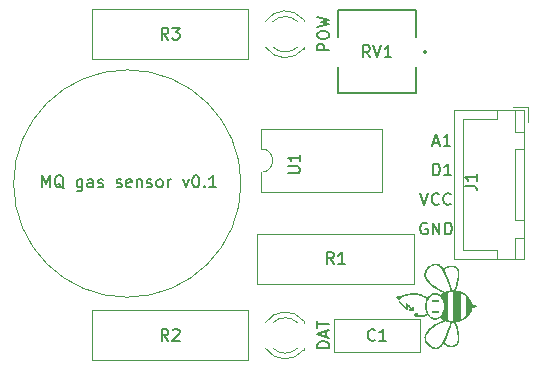
<source format=gbr>
G04 #@! TF.GenerationSoftware,KiCad,Pcbnew,(5.1.7)-1*
G04 #@! TF.CreationDate,2021-02-20T12:00:54+02:00*
G04 #@! TF.ProjectId,gas_sensor,6761735f-7365-46e7-936f-722e6b696361,rev?*
G04 #@! TF.SameCoordinates,Original*
G04 #@! TF.FileFunction,Legend,Top*
G04 #@! TF.FilePolarity,Positive*
%FSLAX46Y46*%
G04 Gerber Fmt 4.6, Leading zero omitted, Abs format (unit mm)*
G04 Created by KiCad (PCBNEW (5.1.7)-1) date 2021-02-20 12:00:54*
%MOMM*%
%LPD*%
G01*
G04 APERTURE LIST*
%ADD10C,0.150000*%
%ADD11C,0.010000*%
%ADD12C,0.120000*%
%ADD13C,0.200000*%
%ADD14C,0.127000*%
G04 APERTURE END LIST*
D10*
X151952380Y-91857142D02*
X150952380Y-91857142D01*
X150952380Y-91476190D01*
X151000000Y-91380952D01*
X151047619Y-91333333D01*
X151142857Y-91285714D01*
X151285714Y-91285714D01*
X151380952Y-91333333D01*
X151428571Y-91380952D01*
X151476190Y-91476190D01*
X151476190Y-91857142D01*
X150952380Y-90666666D02*
X150952380Y-90476190D01*
X151000000Y-90380952D01*
X151095238Y-90285714D01*
X151285714Y-90238095D01*
X151619047Y-90238095D01*
X151809523Y-90285714D01*
X151904761Y-90380952D01*
X151952380Y-90476190D01*
X151952380Y-90666666D01*
X151904761Y-90761904D01*
X151809523Y-90857142D01*
X151619047Y-90904761D01*
X151285714Y-90904761D01*
X151095238Y-90857142D01*
X151000000Y-90761904D01*
X150952380Y-90666666D01*
X150952380Y-89904761D02*
X151952380Y-89666666D01*
X151238095Y-89476190D01*
X151952380Y-89285714D01*
X150952380Y-89047619D01*
X151952380Y-117071428D02*
X150952380Y-117071428D01*
X150952380Y-116833333D01*
X151000000Y-116690476D01*
X151095238Y-116595238D01*
X151190476Y-116547619D01*
X151380952Y-116500000D01*
X151523809Y-116500000D01*
X151714285Y-116547619D01*
X151809523Y-116595238D01*
X151904761Y-116690476D01*
X151952380Y-116833333D01*
X151952380Y-117071428D01*
X151666666Y-116119047D02*
X151666666Y-115642857D01*
X151952380Y-116214285D02*
X150952380Y-115880952D01*
X151952380Y-115547619D01*
X150952380Y-115357142D02*
X150952380Y-114785714D01*
X151952380Y-115071428D02*
X150952380Y-115071428D01*
X127666666Y-103452380D02*
X127666666Y-102452380D01*
X128000000Y-103166666D01*
X128333333Y-102452380D01*
X128333333Y-103452380D01*
X129476190Y-103547619D02*
X129380952Y-103500000D01*
X129285714Y-103404761D01*
X129142857Y-103261904D01*
X129047619Y-103214285D01*
X128952380Y-103214285D01*
X129000000Y-103452380D02*
X128904761Y-103404761D01*
X128809523Y-103309523D01*
X128761904Y-103119047D01*
X128761904Y-102785714D01*
X128809523Y-102595238D01*
X128904761Y-102500000D01*
X129000000Y-102452380D01*
X129190476Y-102452380D01*
X129285714Y-102500000D01*
X129380952Y-102595238D01*
X129428571Y-102785714D01*
X129428571Y-103119047D01*
X129380952Y-103309523D01*
X129285714Y-103404761D01*
X129190476Y-103452380D01*
X129000000Y-103452380D01*
X131047619Y-102785714D02*
X131047619Y-103595238D01*
X131000000Y-103690476D01*
X130952380Y-103738095D01*
X130857142Y-103785714D01*
X130714285Y-103785714D01*
X130619047Y-103738095D01*
X131047619Y-103404761D02*
X130952380Y-103452380D01*
X130761904Y-103452380D01*
X130666666Y-103404761D01*
X130619047Y-103357142D01*
X130571428Y-103261904D01*
X130571428Y-102976190D01*
X130619047Y-102880952D01*
X130666666Y-102833333D01*
X130761904Y-102785714D01*
X130952380Y-102785714D01*
X131047619Y-102833333D01*
X131952380Y-103452380D02*
X131952380Y-102928571D01*
X131904761Y-102833333D01*
X131809523Y-102785714D01*
X131619047Y-102785714D01*
X131523809Y-102833333D01*
X131952380Y-103404761D02*
X131857142Y-103452380D01*
X131619047Y-103452380D01*
X131523809Y-103404761D01*
X131476190Y-103309523D01*
X131476190Y-103214285D01*
X131523809Y-103119047D01*
X131619047Y-103071428D01*
X131857142Y-103071428D01*
X131952380Y-103023809D01*
X132380952Y-103404761D02*
X132476190Y-103452380D01*
X132666666Y-103452380D01*
X132761904Y-103404761D01*
X132809523Y-103309523D01*
X132809523Y-103261904D01*
X132761904Y-103166666D01*
X132666666Y-103119047D01*
X132523809Y-103119047D01*
X132428571Y-103071428D01*
X132380952Y-102976190D01*
X132380952Y-102928571D01*
X132428571Y-102833333D01*
X132523809Y-102785714D01*
X132666666Y-102785714D01*
X132761904Y-102833333D01*
X133952380Y-103404761D02*
X134047619Y-103452380D01*
X134238095Y-103452380D01*
X134333333Y-103404761D01*
X134380952Y-103309523D01*
X134380952Y-103261904D01*
X134333333Y-103166666D01*
X134238095Y-103119047D01*
X134095238Y-103119047D01*
X134000000Y-103071428D01*
X133952380Y-102976190D01*
X133952380Y-102928571D01*
X134000000Y-102833333D01*
X134095238Y-102785714D01*
X134238095Y-102785714D01*
X134333333Y-102833333D01*
X135190476Y-103404761D02*
X135095238Y-103452380D01*
X134904761Y-103452380D01*
X134809523Y-103404761D01*
X134761904Y-103309523D01*
X134761904Y-102928571D01*
X134809523Y-102833333D01*
X134904761Y-102785714D01*
X135095238Y-102785714D01*
X135190476Y-102833333D01*
X135238095Y-102928571D01*
X135238095Y-103023809D01*
X134761904Y-103119047D01*
X135666666Y-102785714D02*
X135666666Y-103452380D01*
X135666666Y-102880952D02*
X135714285Y-102833333D01*
X135809523Y-102785714D01*
X135952380Y-102785714D01*
X136047619Y-102833333D01*
X136095238Y-102928571D01*
X136095238Y-103452380D01*
X136523809Y-103404761D02*
X136619047Y-103452380D01*
X136809523Y-103452380D01*
X136904761Y-103404761D01*
X136952380Y-103309523D01*
X136952380Y-103261904D01*
X136904761Y-103166666D01*
X136809523Y-103119047D01*
X136666666Y-103119047D01*
X136571428Y-103071428D01*
X136523809Y-102976190D01*
X136523809Y-102928571D01*
X136571428Y-102833333D01*
X136666666Y-102785714D01*
X136809523Y-102785714D01*
X136904761Y-102833333D01*
X137523809Y-103452380D02*
X137428571Y-103404761D01*
X137380952Y-103357142D01*
X137333333Y-103261904D01*
X137333333Y-102976190D01*
X137380952Y-102880952D01*
X137428571Y-102833333D01*
X137523809Y-102785714D01*
X137666666Y-102785714D01*
X137761904Y-102833333D01*
X137809523Y-102880952D01*
X137857142Y-102976190D01*
X137857142Y-103261904D01*
X137809523Y-103357142D01*
X137761904Y-103404761D01*
X137666666Y-103452380D01*
X137523809Y-103452380D01*
X138285714Y-103452380D02*
X138285714Y-102785714D01*
X138285714Y-102976190D02*
X138333333Y-102880952D01*
X138380952Y-102833333D01*
X138476190Y-102785714D01*
X138571428Y-102785714D01*
X139571428Y-102785714D02*
X139809523Y-103452380D01*
X140047619Y-102785714D01*
X140619047Y-102452380D02*
X140714285Y-102452380D01*
X140809523Y-102500000D01*
X140857142Y-102547619D01*
X140904761Y-102642857D01*
X140952380Y-102833333D01*
X140952380Y-103071428D01*
X140904761Y-103261904D01*
X140857142Y-103357142D01*
X140809523Y-103404761D01*
X140714285Y-103452380D01*
X140619047Y-103452380D01*
X140523809Y-103404761D01*
X140476190Y-103357142D01*
X140428571Y-103261904D01*
X140380952Y-103071428D01*
X140380952Y-102833333D01*
X140428571Y-102642857D01*
X140476190Y-102547619D01*
X140523809Y-102500000D01*
X140619047Y-102452380D01*
X141380952Y-103357142D02*
X141428571Y-103404761D01*
X141380952Y-103452380D01*
X141333333Y-103404761D01*
X141380952Y-103357142D01*
X141380952Y-103452380D01*
X142380952Y-103452380D02*
X141809523Y-103452380D01*
X142095238Y-103452380D02*
X142095238Y-102452380D01*
X142000000Y-102595238D01*
X141904761Y-102690476D01*
X141809523Y-102738095D01*
X160785714Y-99666666D02*
X161261904Y-99666666D01*
X160690476Y-99952380D02*
X161023809Y-98952380D01*
X161357142Y-99952380D01*
X162214285Y-99952380D02*
X161642857Y-99952380D01*
X161928571Y-99952380D02*
X161928571Y-98952380D01*
X161833333Y-99095238D01*
X161738095Y-99190476D01*
X161642857Y-99238095D01*
X160761904Y-102452380D02*
X160761904Y-101452380D01*
X161000000Y-101452380D01*
X161142857Y-101500000D01*
X161238095Y-101595238D01*
X161285714Y-101690476D01*
X161333333Y-101880952D01*
X161333333Y-102023809D01*
X161285714Y-102214285D01*
X161238095Y-102309523D01*
X161142857Y-102404761D01*
X161000000Y-102452380D01*
X160761904Y-102452380D01*
X162285714Y-102452380D02*
X161714285Y-102452380D01*
X162000000Y-102452380D02*
X162000000Y-101452380D01*
X161904761Y-101595238D01*
X161809523Y-101690476D01*
X161714285Y-101738095D01*
X160238095Y-106500000D02*
X160142857Y-106452380D01*
X160000000Y-106452380D01*
X159857142Y-106500000D01*
X159761904Y-106595238D01*
X159714285Y-106690476D01*
X159666666Y-106880952D01*
X159666666Y-107023809D01*
X159714285Y-107214285D01*
X159761904Y-107309523D01*
X159857142Y-107404761D01*
X160000000Y-107452380D01*
X160095238Y-107452380D01*
X160238095Y-107404761D01*
X160285714Y-107357142D01*
X160285714Y-107023809D01*
X160095238Y-107023809D01*
X160714285Y-107452380D02*
X160714285Y-106452380D01*
X161285714Y-107452380D01*
X161285714Y-106452380D01*
X161761904Y-107452380D02*
X161761904Y-106452380D01*
X162000000Y-106452380D01*
X162142857Y-106500000D01*
X162238095Y-106595238D01*
X162285714Y-106690476D01*
X162333333Y-106880952D01*
X162333333Y-107023809D01*
X162285714Y-107214285D01*
X162238095Y-107309523D01*
X162142857Y-107404761D01*
X162000000Y-107452380D01*
X161761904Y-107452380D01*
X159666666Y-103952380D02*
X160000000Y-104952380D01*
X160333333Y-103952380D01*
X161238095Y-104857142D02*
X161190476Y-104904761D01*
X161047619Y-104952380D01*
X160952380Y-104952380D01*
X160809523Y-104904761D01*
X160714285Y-104809523D01*
X160666666Y-104714285D01*
X160619047Y-104523809D01*
X160619047Y-104380952D01*
X160666666Y-104190476D01*
X160714285Y-104095238D01*
X160809523Y-104000000D01*
X160952380Y-103952380D01*
X161047619Y-103952380D01*
X161190476Y-104000000D01*
X161238095Y-104047619D01*
X162238095Y-104857142D02*
X162190476Y-104904761D01*
X162047619Y-104952380D01*
X161952380Y-104952380D01*
X161809523Y-104904761D01*
X161714285Y-104809523D01*
X161666666Y-104714285D01*
X161619047Y-104523809D01*
X161619047Y-104380952D01*
X161666666Y-104190476D01*
X161714285Y-104095238D01*
X161809523Y-104000000D01*
X161952380Y-103952380D01*
X162047619Y-103952380D01*
X162190476Y-104000000D01*
X162238095Y-104047619D01*
D11*
G36*
X161173182Y-112992000D02*
G01*
X161173182Y-113095909D01*
X160630546Y-113095909D01*
X160630546Y-112992000D01*
X161173182Y-112992000D01*
G37*
X161173182Y-112992000D02*
X161173182Y-113095909D01*
X160630546Y-113095909D01*
X160630546Y-112992000D01*
X161173182Y-112992000D01*
G36*
X161173182Y-113915636D02*
G01*
X161173182Y-114019546D01*
X160630546Y-114019546D01*
X160630546Y-113915636D01*
X161173182Y-113915636D01*
G37*
X161173182Y-113915636D02*
X161173182Y-114019546D01*
X160630546Y-114019546D01*
X160630546Y-113915636D01*
X161173182Y-113915636D01*
G36*
X157877467Y-113126901D02*
G01*
X157890801Y-113130776D01*
X157913243Y-113145816D01*
X157945969Y-113172984D01*
X157990152Y-113213240D01*
X158046967Y-113267545D01*
X158117587Y-113336860D01*
X158184219Y-113403173D01*
X158471546Y-113690327D01*
X158471546Y-113491254D01*
X158471724Y-113418847D01*
X158472470Y-113366371D01*
X158474105Y-113330667D01*
X158476946Y-113308576D01*
X158481312Y-113296941D01*
X158487523Y-113292603D01*
X158491650Y-113292182D01*
X158504665Y-113300078D01*
X158531642Y-113322402D01*
X158570362Y-113357110D01*
X158618607Y-113402156D01*
X158674157Y-113455495D01*
X158734794Y-113515081D01*
X158751422Y-113531647D01*
X158828149Y-113607675D01*
X158889584Y-113667131D01*
X158936131Y-113710380D01*
X158968191Y-113737787D01*
X158986170Y-113749716D01*
X158990686Y-113748124D01*
X158988110Y-113724942D01*
X158981832Y-113688032D01*
X158974839Y-113653170D01*
X158966987Y-113612516D01*
X158965268Y-113588124D01*
X158969746Y-113573974D01*
X158975734Y-113567646D01*
X158988130Y-113560571D01*
X158998687Y-113563805D01*
X159008553Y-113579929D01*
X159018878Y-113611523D01*
X159030808Y-113661166D01*
X159042861Y-113718458D01*
X159055603Y-113781228D01*
X159064184Y-113825023D01*
X159069030Y-113853499D01*
X159070567Y-113870313D01*
X159069221Y-113879119D01*
X159065417Y-113883574D01*
X159062329Y-113885558D01*
X159046061Y-113886495D01*
X159013162Y-113882402D01*
X158968818Y-113874463D01*
X158918211Y-113863866D01*
X158866526Y-113851794D01*
X158818946Y-113839436D01*
X158780655Y-113827975D01*
X158756836Y-113818599D01*
X158751657Y-113814490D01*
X158750054Y-113795101D01*
X158765014Y-113785455D01*
X158798134Y-113785226D01*
X158851014Y-113794087D01*
X158851262Y-113794139D01*
X158892815Y-113802673D01*
X158925129Y-113808924D01*
X158941940Y-113811687D01*
X158942658Y-113811727D01*
X158936997Y-113803951D01*
X158917022Y-113782058D01*
X158884804Y-113748202D01*
X158842414Y-113704539D01*
X158791923Y-113653221D01*
X158742744Y-113603751D01*
X158535046Y-113395776D01*
X158529273Y-113583408D01*
X158526743Y-113654980D01*
X158523983Y-113706550D01*
X158520617Y-113741206D01*
X158516270Y-113762038D01*
X158510564Y-113772134D01*
X158506000Y-113774392D01*
X158494540Y-113767207D01*
X158469165Y-113745659D01*
X158432073Y-113711923D01*
X158385462Y-113668174D01*
X158331533Y-113616585D01*
X158272484Y-113559333D01*
X158210514Y-113498592D01*
X158147823Y-113436536D01*
X158086608Y-113375340D01*
X158029070Y-113317180D01*
X157977407Y-113264229D01*
X157933819Y-113218663D01*
X157900504Y-113182655D01*
X157879661Y-113158382D01*
X157873429Y-113148807D01*
X157872068Y-113133232D01*
X157877467Y-113126901D01*
G37*
X157877467Y-113126901D02*
X157890801Y-113130776D01*
X157913243Y-113145816D01*
X157945969Y-113172984D01*
X157990152Y-113213240D01*
X158046967Y-113267545D01*
X158117587Y-113336860D01*
X158184219Y-113403173D01*
X158471546Y-113690327D01*
X158471546Y-113491254D01*
X158471724Y-113418847D01*
X158472470Y-113366371D01*
X158474105Y-113330667D01*
X158476946Y-113308576D01*
X158481312Y-113296941D01*
X158487523Y-113292603D01*
X158491650Y-113292182D01*
X158504665Y-113300078D01*
X158531642Y-113322402D01*
X158570362Y-113357110D01*
X158618607Y-113402156D01*
X158674157Y-113455495D01*
X158734794Y-113515081D01*
X158751422Y-113531647D01*
X158828149Y-113607675D01*
X158889584Y-113667131D01*
X158936131Y-113710380D01*
X158968191Y-113737787D01*
X158986170Y-113749716D01*
X158990686Y-113748124D01*
X158988110Y-113724942D01*
X158981832Y-113688032D01*
X158974839Y-113653170D01*
X158966987Y-113612516D01*
X158965268Y-113588124D01*
X158969746Y-113573974D01*
X158975734Y-113567646D01*
X158988130Y-113560571D01*
X158998687Y-113563805D01*
X159008553Y-113579929D01*
X159018878Y-113611523D01*
X159030808Y-113661166D01*
X159042861Y-113718458D01*
X159055603Y-113781228D01*
X159064184Y-113825023D01*
X159069030Y-113853499D01*
X159070567Y-113870313D01*
X159069221Y-113879119D01*
X159065417Y-113883574D01*
X159062329Y-113885558D01*
X159046061Y-113886495D01*
X159013162Y-113882402D01*
X158968818Y-113874463D01*
X158918211Y-113863866D01*
X158866526Y-113851794D01*
X158818946Y-113839436D01*
X158780655Y-113827975D01*
X158756836Y-113818599D01*
X158751657Y-113814490D01*
X158750054Y-113795101D01*
X158765014Y-113785455D01*
X158798134Y-113785226D01*
X158851014Y-113794087D01*
X158851262Y-113794139D01*
X158892815Y-113802673D01*
X158925129Y-113808924D01*
X158941940Y-113811687D01*
X158942658Y-113811727D01*
X158936997Y-113803951D01*
X158917022Y-113782058D01*
X158884804Y-113748202D01*
X158842414Y-113704539D01*
X158791923Y-113653221D01*
X158742744Y-113603751D01*
X158535046Y-113395776D01*
X158529273Y-113583408D01*
X158526743Y-113654980D01*
X158523983Y-113706550D01*
X158520617Y-113741206D01*
X158516270Y-113762038D01*
X158510564Y-113772134D01*
X158506000Y-113774392D01*
X158494540Y-113767207D01*
X158469165Y-113745659D01*
X158432073Y-113711923D01*
X158385462Y-113668174D01*
X158331533Y-113616585D01*
X158272484Y-113559333D01*
X158210514Y-113498592D01*
X158147823Y-113436536D01*
X158086608Y-113375340D01*
X158029070Y-113317180D01*
X157977407Y-113264229D01*
X157933819Y-113218663D01*
X157900504Y-113182655D01*
X157879661Y-113158382D01*
X157873429Y-113148807D01*
X157872068Y-113133232D01*
X157877467Y-113126901D01*
G36*
X157661728Y-112718876D02*
G01*
X157687377Y-112679934D01*
X157722650Y-112649134D01*
X157746443Y-112637619D01*
X157796169Y-112630619D01*
X157844164Y-112639960D01*
X157882547Y-112663709D01*
X157890772Y-112673037D01*
X157910690Y-112699443D01*
X158038141Y-112639152D01*
X158234093Y-112557941D01*
X158438313Y-112496067D01*
X158652394Y-112453200D01*
X158877926Y-112429007D01*
X159077682Y-112422876D01*
X159224672Y-112426288D01*
X159354827Y-112436563D01*
X159473574Y-112454437D01*
X159586342Y-112480646D01*
X159654955Y-112501185D01*
X159736987Y-112531632D01*
X159830997Y-112573048D01*
X159930665Y-112622314D01*
X160029672Y-112676316D01*
X160117323Y-112729143D01*
X160163729Y-112758679D01*
X160203479Y-112783944D01*
X160232246Y-112802190D01*
X160245534Y-112810566D01*
X160257729Y-112805679D01*
X160277895Y-112785462D01*
X160301472Y-112754614D01*
X160352845Y-112689691D01*
X160416479Y-112623984D01*
X160486221Y-112562953D01*
X160555915Y-112512063D01*
X160609279Y-112481455D01*
X160689128Y-112446905D01*
X160761905Y-112425567D01*
X160837629Y-112415126D01*
X160905066Y-112413055D01*
X161020467Y-112423914D01*
X161132328Y-112454812D01*
X161235343Y-112504013D01*
X161284984Y-112537250D01*
X161321741Y-112564825D01*
X161402894Y-112503775D01*
X161454242Y-112467745D01*
X161514339Y-112429387D01*
X161571117Y-112396366D01*
X161577014Y-112393190D01*
X161669982Y-112343655D01*
X161441786Y-112230745D01*
X161226784Y-112120258D01*
X161032834Y-112011757D01*
X160858121Y-111904018D01*
X160700830Y-111795815D01*
X160559147Y-111685925D01*
X160431257Y-111573122D01*
X160352605Y-111495533D01*
X160241502Y-111371050D01*
X160152962Y-111249800D01*
X160086836Y-111130840D01*
X160042977Y-111013230D01*
X160021236Y-110896028D01*
X160021466Y-110778293D01*
X160043519Y-110659083D01*
X160087246Y-110537458D01*
X160152499Y-110412476D01*
X160176265Y-110374165D01*
X160258565Y-110261954D01*
X160351205Y-110163907D01*
X160452068Y-110080801D01*
X160559035Y-110013409D01*
X160669990Y-109962508D01*
X160782815Y-109928873D01*
X160895393Y-109913279D01*
X161005605Y-109916501D01*
X161111335Y-109939315D01*
X161210464Y-109982496D01*
X161224138Y-109990478D01*
X161282863Y-110032217D01*
X161348425Y-110089433D01*
X161416194Y-110157565D01*
X161481537Y-110232049D01*
X161522663Y-110284591D01*
X161551978Y-110323981D01*
X161575822Y-110355838D01*
X161591072Y-110376001D01*
X161594895Y-110380861D01*
X161603996Y-110374964D01*
X161625315Y-110355893D01*
X161655066Y-110327123D01*
X161671619Y-110310491D01*
X161753170Y-110242090D01*
X161851565Y-110183542D01*
X161961991Y-110136696D01*
X162079634Y-110103402D01*
X162199678Y-110085507D01*
X162264228Y-110082898D01*
X162381577Y-110091870D01*
X162492330Y-110117650D01*
X162593721Y-110158750D01*
X162682986Y-110213683D01*
X162757360Y-110280962D01*
X162814077Y-110359097D01*
X162828107Y-110386281D01*
X162865839Y-110490913D01*
X162889603Y-110613134D01*
X162899491Y-110752216D01*
X162895596Y-110907434D01*
X162878011Y-111078060D01*
X162846829Y-111263367D01*
X162802142Y-111462628D01*
X162744044Y-111675117D01*
X162672626Y-111900107D01*
X162613046Y-112069337D01*
X162572564Y-112179992D01*
X162718578Y-112204134D01*
X162913354Y-112246970D01*
X163095947Y-112309236D01*
X163267293Y-112391360D01*
X163428329Y-112493769D01*
X163534228Y-112576742D01*
X163647279Y-112685178D01*
X163746765Y-112806143D01*
X163830581Y-112936178D01*
X163896622Y-113071825D01*
X163942784Y-113209626D01*
X163956334Y-113270469D01*
X163963931Y-113310454D01*
X163970106Y-113341774D01*
X163973255Y-113356486D01*
X163984969Y-113364312D01*
X164014497Y-113376416D01*
X164057339Y-113391127D01*
X164107452Y-113406333D01*
X164166365Y-113423191D01*
X164223781Y-113439624D01*
X164272257Y-113453500D01*
X164299114Y-113461189D01*
X164336932Y-113474372D01*
X164355729Y-113487742D01*
X164359728Y-113500000D01*
X164353083Y-113515288D01*
X164330514Y-113528404D01*
X164299114Y-113538811D01*
X164262807Y-113549206D01*
X164211743Y-113563822D01*
X164153364Y-113580529D01*
X164107452Y-113593667D01*
X164055982Y-113609311D01*
X164013455Y-113623971D01*
X163984371Y-113635977D01*
X163973255Y-113643515D01*
X163969615Y-113660656D01*
X163963240Y-113693130D01*
X163956334Y-113729531D01*
X163919651Y-113867186D01*
X163862154Y-114004219D01*
X163785947Y-114137175D01*
X163693133Y-114262596D01*
X163585815Y-114377026D01*
X163534228Y-114423269D01*
X163380330Y-114539030D01*
X163214564Y-114635257D01*
X163036622Y-114712083D01*
X163011796Y-114719586D01*
X163011796Y-114665985D01*
X163030696Y-114660628D01*
X163065300Y-114646181D01*
X163111187Y-114624874D01*
X163163934Y-114598933D01*
X163219118Y-114570588D01*
X163272316Y-114542066D01*
X163319106Y-114515595D01*
X163355066Y-114493403D01*
X163357185Y-114491985D01*
X163404438Y-114458579D01*
X163454363Y-114420872D01*
X163490932Y-114391354D01*
X163551546Y-114340013D01*
X163551546Y-112658967D01*
X163490932Y-112607559D01*
X163432196Y-112561570D01*
X163362985Y-112513498D01*
X163288071Y-112466112D01*
X163212231Y-112422181D01*
X163140238Y-112384477D01*
X163076867Y-112355767D01*
X163028255Y-112339159D01*
X162997364Y-112331406D01*
X162997364Y-113498749D01*
X162997416Y-113695644D01*
X162997583Y-113870570D01*
X162997878Y-114024648D01*
X162998316Y-114159000D01*
X162998909Y-114274746D01*
X162999671Y-114373009D01*
X163000618Y-114454910D01*
X163001762Y-114521570D01*
X163003117Y-114574111D01*
X163004698Y-114613653D01*
X163006517Y-114641319D01*
X163008590Y-114658229D01*
X163010930Y-114665506D01*
X163011796Y-114665985D01*
X163011796Y-114719586D01*
X162846195Y-114769640D01*
X162642973Y-114808059D01*
X162625739Y-114810363D01*
X162571614Y-114817382D01*
X162612882Y-114929350D01*
X162683029Y-115129865D01*
X162744185Y-115325759D01*
X162795944Y-115515000D01*
X162837898Y-115695555D01*
X162869639Y-115865393D01*
X162890760Y-116022479D01*
X162900853Y-116164783D01*
X162899511Y-116290271D01*
X162895344Y-116338314D01*
X162875638Y-116462090D01*
X162846125Y-116566609D01*
X162805450Y-116654103D01*
X162752259Y-116726803D01*
X162685198Y-116786941D01*
X162602914Y-116836747D01*
X162588582Y-116843746D01*
X162481123Y-116885695D01*
X162372110Y-116908942D01*
X162320836Y-116911475D01*
X162320836Y-116857374D01*
X162403928Y-116849051D01*
X162480954Y-116830314D01*
X162559775Y-116799783D01*
X162567326Y-116796364D01*
X162634464Y-116756270D01*
X162697768Y-116701534D01*
X162750591Y-116638721D01*
X162782114Y-116584262D01*
X162813382Y-116493390D01*
X162834294Y-116384978D01*
X162844603Y-116262244D01*
X162844064Y-116128408D01*
X162832430Y-115986691D01*
X162829585Y-115963978D01*
X162794568Y-115752160D01*
X162743379Y-115526325D01*
X162676523Y-115288428D01*
X162594501Y-115040425D01*
X162583982Y-115010962D01*
X162517150Y-114825191D01*
X162390773Y-114820921D01*
X162390773Y-114770000D01*
X162454728Y-114770000D01*
X162454728Y-112226472D01*
X162330287Y-112233592D01*
X162263060Y-112239453D01*
X162263060Y-112183748D01*
X162512174Y-112178046D01*
X162530811Y-112131864D01*
X162558222Y-112060516D01*
X162589564Y-111973276D01*
X162622685Y-111876527D01*
X162655429Y-111776650D01*
X162685644Y-111680028D01*
X162703118Y-111621265D01*
X162760255Y-111406709D01*
X162802908Y-111207391D01*
X162831017Y-111023818D01*
X162844517Y-110856500D01*
X162843349Y-110705944D01*
X162829447Y-110583710D01*
X162807479Y-110487073D01*
X162777436Y-110408128D01*
X162737114Y-110342235D01*
X162690006Y-110290058D01*
X162607281Y-110225882D01*
X162513726Y-110180181D01*
X162407928Y-110152505D01*
X162288470Y-110142403D01*
X162229811Y-110143474D01*
X162088035Y-110159335D01*
X161960390Y-110193045D01*
X161847166Y-110244494D01*
X161748656Y-110313573D01*
X161730306Y-110329902D01*
X161685713Y-110372732D01*
X161657447Y-110405205D01*
X161643813Y-110431400D01*
X161643112Y-110455395D01*
X161653650Y-110481266D01*
X161661713Y-110494774D01*
X161688662Y-110541056D01*
X161722084Y-110604070D01*
X161759719Y-110679175D01*
X161799303Y-110761728D01*
X161838574Y-110847088D01*
X161875271Y-110930613D01*
X161883239Y-110949381D01*
X161920633Y-111042861D01*
X161961571Y-111153471D01*
X162004679Y-111276834D01*
X162048584Y-111408570D01*
X162091912Y-111544302D01*
X162133289Y-111679651D01*
X162171341Y-111810237D01*
X162204694Y-111931683D01*
X162231975Y-112039610D01*
X162248683Y-112114141D01*
X162263060Y-112183748D01*
X162263060Y-112239453D01*
X162253895Y-112240253D01*
X162167625Y-112251465D01*
X162079964Y-112265853D01*
X161999400Y-112282039D01*
X161940955Y-112296724D01*
X161906319Y-112306707D01*
X161906319Y-114694304D01*
X162010228Y-114720268D01*
X162098477Y-114739110D01*
X162195531Y-114754501D01*
X162291740Y-114765180D01*
X162377451Y-114769885D01*
X162390773Y-114770000D01*
X162390773Y-114820921D01*
X162264228Y-114816645D01*
X162236895Y-114934754D01*
X162220410Y-115001797D01*
X162198273Y-115085737D01*
X162171947Y-115181508D01*
X162142901Y-115284040D01*
X162112598Y-115388267D01*
X162082507Y-115489119D01*
X162054092Y-115581530D01*
X162028820Y-115660431D01*
X162015696Y-115699409D01*
X161971175Y-115823182D01*
X161922730Y-115948985D01*
X161872035Y-116072984D01*
X161820767Y-116191345D01*
X161770601Y-116300235D01*
X161723212Y-116395820D01*
X161680275Y-116474265D01*
X161668554Y-116493815D01*
X161649909Y-116527147D01*
X161642358Y-116553530D01*
X161647357Y-116578126D01*
X161666363Y-116606096D01*
X161700832Y-116642603D01*
X161714282Y-116655870D01*
X161809128Y-116732717D01*
X161918026Y-116791358D01*
X162040673Y-116831675D01*
X162176766Y-116853547D01*
X162223819Y-116856664D01*
X162320836Y-116857374D01*
X162320836Y-116911475D01*
X162254894Y-116914734D01*
X162218046Y-116913307D01*
X162080679Y-116896132D01*
X161952052Y-116861188D01*
X161834840Y-116809573D01*
X161731716Y-116742385D01*
X161671619Y-116688985D01*
X161639059Y-116656900D01*
X161613101Y-116632792D01*
X161597552Y-116620127D01*
X161594895Y-116619139D01*
X161586909Y-116629500D01*
X161568322Y-116654289D01*
X161542238Y-116689354D01*
X161522438Y-116716089D01*
X161461203Y-116792731D01*
X161394100Y-116866118D01*
X161325854Y-116931605D01*
X161261184Y-116984547D01*
X161224148Y-117009522D01*
X161125261Y-117056269D01*
X161019820Y-117082294D01*
X160928698Y-117087290D01*
X160928698Y-117031475D01*
X160960394Y-117030831D01*
X161015291Y-117027441D01*
X161056568Y-117021365D01*
X161093692Y-117010236D01*
X161136134Y-116991685D01*
X161156403Y-116981814D01*
X161248295Y-116925027D01*
X161340169Y-116845829D01*
X161431635Y-116744895D01*
X161522299Y-116622901D01*
X161611771Y-116480524D01*
X161699659Y-116318440D01*
X161785571Y-116137324D01*
X161869116Y-115937852D01*
X161949901Y-115720702D01*
X162027535Y-115486548D01*
X162033164Y-115468500D01*
X162053987Y-115399652D01*
X162076095Y-115323419D01*
X162098684Y-115242903D01*
X162120951Y-115161204D01*
X162142094Y-115081421D01*
X162161309Y-115006657D01*
X162177795Y-114940011D01*
X162190747Y-114884584D01*
X162199364Y-114843476D01*
X162202841Y-114819788D01*
X162202301Y-114815331D01*
X162188430Y-114810525D01*
X162157156Y-114803023D01*
X162113834Y-114794048D01*
X162085273Y-114788644D01*
X162023924Y-114775538D01*
X161952675Y-114757466D01*
X161883276Y-114737498D01*
X161855882Y-114728744D01*
X161736173Y-114688907D01*
X161731736Y-114690922D01*
X161731736Y-112312285D01*
X161841244Y-112275972D01*
X161908541Y-112255060D01*
X161979266Y-112235473D01*
X162048020Y-112218489D01*
X162109401Y-112205382D01*
X162158011Y-112197429D01*
X162181301Y-112195614D01*
X162204155Y-112192362D01*
X162209081Y-112180720D01*
X162207791Y-112175159D01*
X162202968Y-112157179D01*
X162193763Y-112121314D01*
X162181327Y-112072096D01*
X162166807Y-112014058D01*
X162160216Y-111987546D01*
X162094106Y-111736900D01*
X162023487Y-111499038D01*
X161948828Y-111274884D01*
X161870599Y-111065359D01*
X161789271Y-110871386D01*
X161705311Y-110693887D01*
X161619190Y-110533784D01*
X161531377Y-110391999D01*
X161442341Y-110269455D01*
X161352553Y-110167073D01*
X161262482Y-110085777D01*
X161172596Y-110026489D01*
X161158060Y-110019006D01*
X161111304Y-109997171D01*
X161072763Y-109983468D01*
X161033013Y-109975525D01*
X160982632Y-109970973D01*
X160962596Y-109969839D01*
X160839396Y-109974816D01*
X160718093Y-110002325D01*
X160599913Y-110051818D01*
X160486079Y-110122746D01*
X160377816Y-110214561D01*
X160346936Y-110245750D01*
X160255110Y-110354640D01*
X160181317Y-110468737D01*
X160126285Y-110585887D01*
X160090743Y-110703936D01*
X160075421Y-110820732D01*
X160081048Y-110934119D01*
X160093438Y-110994636D01*
X160134032Y-111106690D01*
X160196846Y-111221264D01*
X160281216Y-111337794D01*
X160386476Y-111455717D01*
X160511964Y-111574467D01*
X160657014Y-111693480D01*
X160820963Y-111812193D01*
X161003146Y-111930040D01*
X161202899Y-112046458D01*
X161419558Y-112160882D01*
X161530391Y-112215425D01*
X161731736Y-112312285D01*
X161731736Y-114690922D01*
X161619200Y-114742049D01*
X161403905Y-114844968D01*
X161201117Y-114952176D01*
X161011828Y-115062851D01*
X160837030Y-115176172D01*
X160677714Y-115291318D01*
X160534873Y-115407468D01*
X160409498Y-115523800D01*
X160302582Y-115639494D01*
X160215115Y-115753727D01*
X160148091Y-115865680D01*
X160102500Y-115974530D01*
X160093438Y-116005364D01*
X160075901Y-116115938D01*
X160079716Y-116231113D01*
X160104154Y-116348734D01*
X160148486Y-116466648D01*
X160211983Y-116582701D01*
X160293916Y-116694740D01*
X160346936Y-116754250D01*
X160453518Y-116852283D01*
X160566197Y-116929568D01*
X160683761Y-116985559D01*
X160804999Y-117019710D01*
X160928698Y-117031475D01*
X160928698Y-117087290D01*
X160909826Y-117088325D01*
X160797277Y-117075091D01*
X160684172Y-117043319D01*
X160572512Y-116993736D01*
X160464294Y-116927071D01*
X160361519Y-116844052D01*
X160266185Y-116745405D01*
X160180291Y-116631858D01*
X160178271Y-116628818D01*
X160105441Y-116503531D01*
X160054719Y-116380454D01*
X160026203Y-116258981D01*
X160019991Y-116138509D01*
X160036180Y-116018432D01*
X160074869Y-115898146D01*
X160136155Y-115777046D01*
X160220138Y-115654528D01*
X160326913Y-115529987D01*
X160362274Y-115493285D01*
X160485504Y-115376664D01*
X160621933Y-115263590D01*
X160773333Y-115152878D01*
X160941473Y-115043339D01*
X161128125Y-114933786D01*
X161335058Y-114823032D01*
X161442009Y-114769145D01*
X161670426Y-114656125D01*
X161580554Y-114609291D01*
X161526225Y-114578495D01*
X161466059Y-114540587D01*
X161412031Y-114503155D01*
X161406212Y-114498816D01*
X161321741Y-114435175D01*
X161284984Y-114462751D01*
X161188878Y-114521033D01*
X161081090Y-114561938D01*
X160966923Y-114583733D01*
X160905066Y-114586945D01*
X160895419Y-114586541D01*
X160895419Y-114535960D01*
X161004092Y-114526154D01*
X161109498Y-114495446D01*
X161210166Y-114444929D01*
X161304621Y-114375696D01*
X161391391Y-114288840D01*
X161469002Y-114185456D01*
X161535983Y-114066635D01*
X161590859Y-113933472D01*
X161594423Y-113923003D01*
X161618909Y-113843148D01*
X161636303Y-113768002D01*
X161647415Y-113691285D01*
X161653053Y-113606710D01*
X161654028Y-113507997D01*
X161653341Y-113465364D01*
X161651127Y-113387152D01*
X161647841Y-113325950D01*
X161642791Y-113275679D01*
X161635286Y-113230261D01*
X161624634Y-113183617D01*
X161618667Y-113160752D01*
X161572409Y-113019720D01*
X161513494Y-112892010D01*
X161443288Y-112778745D01*
X161363159Y-112681048D01*
X161274475Y-112600040D01*
X161178601Y-112536845D01*
X161076906Y-112492584D01*
X160970757Y-112468381D01*
X160861520Y-112465357D01*
X160784954Y-112476230D01*
X160673780Y-112511443D01*
X160569313Y-112567618D01*
X160472836Y-112643274D01*
X160385635Y-112736926D01*
X160308997Y-112847093D01*
X160244206Y-112972291D01*
X160192548Y-113111038D01*
X160172657Y-113182565D01*
X160160373Y-113234349D01*
X160151717Y-113279002D01*
X160146071Y-113322710D01*
X160142820Y-113371655D01*
X160141348Y-113432022D01*
X160141035Y-113500000D01*
X160141454Y-113575828D01*
X160143121Y-113634778D01*
X160146649Y-113683055D01*
X160152654Y-113726862D01*
X160161749Y-113772404D01*
X160172464Y-113817500D01*
X160217080Y-113962194D01*
X160275533Y-114094078D01*
X160346534Y-114211668D01*
X160428798Y-114313482D01*
X160521038Y-114398035D01*
X160621968Y-114463844D01*
X160730302Y-114509426D01*
X160784954Y-114523770D01*
X160895419Y-114535960D01*
X160895419Y-114586541D01*
X160820109Y-114583385D01*
X160745900Y-114570732D01*
X160672422Y-114546671D01*
X160609279Y-114518545D01*
X160544292Y-114480207D01*
X160474153Y-114427199D01*
X160405016Y-114364982D01*
X160343036Y-114299018D01*
X160301468Y-114245379D01*
X160257732Y-114181877D01*
X160210343Y-114211307D01*
X160087960Y-114275382D01*
X159972455Y-114315808D01*
X159909787Y-114327612D01*
X159831715Y-114334802D01*
X159745462Y-114337383D01*
X159658249Y-114335358D01*
X159577298Y-114328733D01*
X159509829Y-114317510D01*
X159501771Y-114315547D01*
X159417860Y-114294048D01*
X159394450Y-114323808D01*
X159356554Y-114355103D01*
X159310078Y-114368873D01*
X159293355Y-114367730D01*
X159293355Y-114319727D01*
X159320115Y-114310207D01*
X159347132Y-114286971D01*
X159366780Y-114258005D01*
X159372091Y-114237292D01*
X159364409Y-114210612D01*
X159346988Y-114184812D01*
X159313487Y-114163044D01*
X159277009Y-114159999D01*
X159243629Y-114173306D01*
X159219423Y-114200596D01*
X159210455Y-114238071D01*
X159220588Y-114271185D01*
X159245871Y-114300241D01*
X159278631Y-114317681D01*
X159293355Y-114319727D01*
X159293355Y-114367730D01*
X159260995Y-114365518D01*
X159215281Y-114345439D01*
X159179127Y-114309361D01*
X159157224Y-114264231D01*
X159155593Y-114219850D01*
X159170938Y-114175160D01*
X159199189Y-114139173D01*
X159241053Y-114112432D01*
X159287339Y-114100564D01*
X159293018Y-114100407D01*
X159335048Y-114110708D01*
X159375474Y-114137735D01*
X159406889Y-114175862D01*
X159415417Y-114193329D01*
X159429314Y-114221895D01*
X159447830Y-114239711D01*
X159478772Y-114253326D01*
X159492216Y-114257751D01*
X159544140Y-114269308D01*
X159612171Y-114277432D01*
X159689554Y-114281948D01*
X159769535Y-114282678D01*
X159845360Y-114279447D01*
X159910275Y-114272077D01*
X159926273Y-114269104D01*
X159969706Y-114257296D01*
X160021690Y-114239040D01*
X160076706Y-114216774D01*
X160129238Y-114192936D01*
X160173769Y-114169964D01*
X160204781Y-114150298D01*
X160213911Y-114141975D01*
X160215922Y-114123931D01*
X160206792Y-114087414D01*
X160186330Y-114031675D01*
X160185209Y-114028876D01*
X160128002Y-113856342D01*
X160093434Y-113681043D01*
X160081505Y-113504425D01*
X160092214Y-113327938D01*
X160125560Y-113153028D01*
X160181543Y-112981143D01*
X160185721Y-112970714D01*
X160226196Y-112870773D01*
X160197536Y-112847307D01*
X160166002Y-112824489D01*
X160118665Y-112793954D01*
X160060305Y-112758452D01*
X159995701Y-112720731D01*
X159929633Y-112683539D01*
X159866882Y-112649624D01*
X159812228Y-112621737D01*
X159776182Y-112605026D01*
X159615435Y-112547717D01*
X159441550Y-112506861D01*
X159257437Y-112482308D01*
X159066006Y-112473909D01*
X158870166Y-112481512D01*
X158672826Y-112504968D01*
X158476897Y-112544126D01*
X158285288Y-112598837D01*
X158100908Y-112668950D01*
X158044364Y-112694401D01*
X157994997Y-112717961D01*
X157962296Y-112735595D01*
X157941861Y-112750835D01*
X157929291Y-112767214D01*
X157920188Y-112788261D01*
X157917364Y-112796340D01*
X157893175Y-112840748D01*
X157857209Y-112875871D01*
X157815794Y-112896438D01*
X157793288Y-112899636D01*
X157775694Y-112895926D01*
X157775694Y-112840335D01*
X157811046Y-112837479D01*
X157842990Y-112816508D01*
X157847253Y-112811489D01*
X157867768Y-112774763D01*
X157866362Y-112741807D01*
X157842866Y-112708635D01*
X157842843Y-112708612D01*
X157809669Y-112685101D01*
X157776715Y-112683681D01*
X157739993Y-112704181D01*
X157739966Y-112704202D01*
X157714496Y-112736070D01*
X157709546Y-112761929D01*
X157718908Y-112800387D01*
X157742969Y-112827247D01*
X157775694Y-112840335D01*
X157775694Y-112895926D01*
X157742695Y-112888966D01*
X157698985Y-112860305D01*
X157667184Y-112818680D01*
X157652318Y-112769116D01*
X157651819Y-112758167D01*
X157661728Y-112718876D01*
G37*
X157661728Y-112718876D02*
X157687377Y-112679934D01*
X157722650Y-112649134D01*
X157746443Y-112637619D01*
X157796169Y-112630619D01*
X157844164Y-112639960D01*
X157882547Y-112663709D01*
X157890772Y-112673037D01*
X157910690Y-112699443D01*
X158038141Y-112639152D01*
X158234093Y-112557941D01*
X158438313Y-112496067D01*
X158652394Y-112453200D01*
X158877926Y-112429007D01*
X159077682Y-112422876D01*
X159224672Y-112426288D01*
X159354827Y-112436563D01*
X159473574Y-112454437D01*
X159586342Y-112480646D01*
X159654955Y-112501185D01*
X159736987Y-112531632D01*
X159830997Y-112573048D01*
X159930665Y-112622314D01*
X160029672Y-112676316D01*
X160117323Y-112729143D01*
X160163729Y-112758679D01*
X160203479Y-112783944D01*
X160232246Y-112802190D01*
X160245534Y-112810566D01*
X160257729Y-112805679D01*
X160277895Y-112785462D01*
X160301472Y-112754614D01*
X160352845Y-112689691D01*
X160416479Y-112623984D01*
X160486221Y-112562953D01*
X160555915Y-112512063D01*
X160609279Y-112481455D01*
X160689128Y-112446905D01*
X160761905Y-112425567D01*
X160837629Y-112415126D01*
X160905066Y-112413055D01*
X161020467Y-112423914D01*
X161132328Y-112454812D01*
X161235343Y-112504013D01*
X161284984Y-112537250D01*
X161321741Y-112564825D01*
X161402894Y-112503775D01*
X161454242Y-112467745D01*
X161514339Y-112429387D01*
X161571117Y-112396366D01*
X161577014Y-112393190D01*
X161669982Y-112343655D01*
X161441786Y-112230745D01*
X161226784Y-112120258D01*
X161032834Y-112011757D01*
X160858121Y-111904018D01*
X160700830Y-111795815D01*
X160559147Y-111685925D01*
X160431257Y-111573122D01*
X160352605Y-111495533D01*
X160241502Y-111371050D01*
X160152962Y-111249800D01*
X160086836Y-111130840D01*
X160042977Y-111013230D01*
X160021236Y-110896028D01*
X160021466Y-110778293D01*
X160043519Y-110659083D01*
X160087246Y-110537458D01*
X160152499Y-110412476D01*
X160176265Y-110374165D01*
X160258565Y-110261954D01*
X160351205Y-110163907D01*
X160452068Y-110080801D01*
X160559035Y-110013409D01*
X160669990Y-109962508D01*
X160782815Y-109928873D01*
X160895393Y-109913279D01*
X161005605Y-109916501D01*
X161111335Y-109939315D01*
X161210464Y-109982496D01*
X161224138Y-109990478D01*
X161282863Y-110032217D01*
X161348425Y-110089433D01*
X161416194Y-110157565D01*
X161481537Y-110232049D01*
X161522663Y-110284591D01*
X161551978Y-110323981D01*
X161575822Y-110355838D01*
X161591072Y-110376001D01*
X161594895Y-110380861D01*
X161603996Y-110374964D01*
X161625315Y-110355893D01*
X161655066Y-110327123D01*
X161671619Y-110310491D01*
X161753170Y-110242090D01*
X161851565Y-110183542D01*
X161961991Y-110136696D01*
X162079634Y-110103402D01*
X162199678Y-110085507D01*
X162264228Y-110082898D01*
X162381577Y-110091870D01*
X162492330Y-110117650D01*
X162593721Y-110158750D01*
X162682986Y-110213683D01*
X162757360Y-110280962D01*
X162814077Y-110359097D01*
X162828107Y-110386281D01*
X162865839Y-110490913D01*
X162889603Y-110613134D01*
X162899491Y-110752216D01*
X162895596Y-110907434D01*
X162878011Y-111078060D01*
X162846829Y-111263367D01*
X162802142Y-111462628D01*
X162744044Y-111675117D01*
X162672626Y-111900107D01*
X162613046Y-112069337D01*
X162572564Y-112179992D01*
X162718578Y-112204134D01*
X162913354Y-112246970D01*
X163095947Y-112309236D01*
X163267293Y-112391360D01*
X163428329Y-112493769D01*
X163534228Y-112576742D01*
X163647279Y-112685178D01*
X163746765Y-112806143D01*
X163830581Y-112936178D01*
X163896622Y-113071825D01*
X163942784Y-113209626D01*
X163956334Y-113270469D01*
X163963931Y-113310454D01*
X163970106Y-113341774D01*
X163973255Y-113356486D01*
X163984969Y-113364312D01*
X164014497Y-113376416D01*
X164057339Y-113391127D01*
X164107452Y-113406333D01*
X164166365Y-113423191D01*
X164223781Y-113439624D01*
X164272257Y-113453500D01*
X164299114Y-113461189D01*
X164336932Y-113474372D01*
X164355729Y-113487742D01*
X164359728Y-113500000D01*
X164353083Y-113515288D01*
X164330514Y-113528404D01*
X164299114Y-113538811D01*
X164262807Y-113549206D01*
X164211743Y-113563822D01*
X164153364Y-113580529D01*
X164107452Y-113593667D01*
X164055982Y-113609311D01*
X164013455Y-113623971D01*
X163984371Y-113635977D01*
X163973255Y-113643515D01*
X163969615Y-113660656D01*
X163963240Y-113693130D01*
X163956334Y-113729531D01*
X163919651Y-113867186D01*
X163862154Y-114004219D01*
X163785947Y-114137175D01*
X163693133Y-114262596D01*
X163585815Y-114377026D01*
X163534228Y-114423269D01*
X163380330Y-114539030D01*
X163214564Y-114635257D01*
X163036622Y-114712083D01*
X163011796Y-114719586D01*
X163011796Y-114665985D01*
X163030696Y-114660628D01*
X163065300Y-114646181D01*
X163111187Y-114624874D01*
X163163934Y-114598933D01*
X163219118Y-114570588D01*
X163272316Y-114542066D01*
X163319106Y-114515595D01*
X163355066Y-114493403D01*
X163357185Y-114491985D01*
X163404438Y-114458579D01*
X163454363Y-114420872D01*
X163490932Y-114391354D01*
X163551546Y-114340013D01*
X163551546Y-112658967D01*
X163490932Y-112607559D01*
X163432196Y-112561570D01*
X163362985Y-112513498D01*
X163288071Y-112466112D01*
X163212231Y-112422181D01*
X163140238Y-112384477D01*
X163076867Y-112355767D01*
X163028255Y-112339159D01*
X162997364Y-112331406D01*
X162997364Y-113498749D01*
X162997416Y-113695644D01*
X162997583Y-113870570D01*
X162997878Y-114024648D01*
X162998316Y-114159000D01*
X162998909Y-114274746D01*
X162999671Y-114373009D01*
X163000618Y-114454910D01*
X163001762Y-114521570D01*
X163003117Y-114574111D01*
X163004698Y-114613653D01*
X163006517Y-114641319D01*
X163008590Y-114658229D01*
X163010930Y-114665506D01*
X163011796Y-114665985D01*
X163011796Y-114719586D01*
X162846195Y-114769640D01*
X162642973Y-114808059D01*
X162625739Y-114810363D01*
X162571614Y-114817382D01*
X162612882Y-114929350D01*
X162683029Y-115129865D01*
X162744185Y-115325759D01*
X162795944Y-115515000D01*
X162837898Y-115695555D01*
X162869639Y-115865393D01*
X162890760Y-116022479D01*
X162900853Y-116164783D01*
X162899511Y-116290271D01*
X162895344Y-116338314D01*
X162875638Y-116462090D01*
X162846125Y-116566609D01*
X162805450Y-116654103D01*
X162752259Y-116726803D01*
X162685198Y-116786941D01*
X162602914Y-116836747D01*
X162588582Y-116843746D01*
X162481123Y-116885695D01*
X162372110Y-116908942D01*
X162320836Y-116911475D01*
X162320836Y-116857374D01*
X162403928Y-116849051D01*
X162480954Y-116830314D01*
X162559775Y-116799783D01*
X162567326Y-116796364D01*
X162634464Y-116756270D01*
X162697768Y-116701534D01*
X162750591Y-116638721D01*
X162782114Y-116584262D01*
X162813382Y-116493390D01*
X162834294Y-116384978D01*
X162844603Y-116262244D01*
X162844064Y-116128408D01*
X162832430Y-115986691D01*
X162829585Y-115963978D01*
X162794568Y-115752160D01*
X162743379Y-115526325D01*
X162676523Y-115288428D01*
X162594501Y-115040425D01*
X162583982Y-115010962D01*
X162517150Y-114825191D01*
X162390773Y-114820921D01*
X162390773Y-114770000D01*
X162454728Y-114770000D01*
X162454728Y-112226472D01*
X162330287Y-112233592D01*
X162263060Y-112239453D01*
X162263060Y-112183748D01*
X162512174Y-112178046D01*
X162530811Y-112131864D01*
X162558222Y-112060516D01*
X162589564Y-111973276D01*
X162622685Y-111876527D01*
X162655429Y-111776650D01*
X162685644Y-111680028D01*
X162703118Y-111621265D01*
X162760255Y-111406709D01*
X162802908Y-111207391D01*
X162831017Y-111023818D01*
X162844517Y-110856500D01*
X162843349Y-110705944D01*
X162829447Y-110583710D01*
X162807479Y-110487073D01*
X162777436Y-110408128D01*
X162737114Y-110342235D01*
X162690006Y-110290058D01*
X162607281Y-110225882D01*
X162513726Y-110180181D01*
X162407928Y-110152505D01*
X162288470Y-110142403D01*
X162229811Y-110143474D01*
X162088035Y-110159335D01*
X161960390Y-110193045D01*
X161847166Y-110244494D01*
X161748656Y-110313573D01*
X161730306Y-110329902D01*
X161685713Y-110372732D01*
X161657447Y-110405205D01*
X161643813Y-110431400D01*
X161643112Y-110455395D01*
X161653650Y-110481266D01*
X161661713Y-110494774D01*
X161688662Y-110541056D01*
X161722084Y-110604070D01*
X161759719Y-110679175D01*
X161799303Y-110761728D01*
X161838574Y-110847088D01*
X161875271Y-110930613D01*
X161883239Y-110949381D01*
X161920633Y-111042861D01*
X161961571Y-111153471D01*
X162004679Y-111276834D01*
X162048584Y-111408570D01*
X162091912Y-111544302D01*
X162133289Y-111679651D01*
X162171341Y-111810237D01*
X162204694Y-111931683D01*
X162231975Y-112039610D01*
X162248683Y-112114141D01*
X162263060Y-112183748D01*
X162263060Y-112239453D01*
X162253895Y-112240253D01*
X162167625Y-112251465D01*
X162079964Y-112265853D01*
X161999400Y-112282039D01*
X161940955Y-112296724D01*
X161906319Y-112306707D01*
X161906319Y-114694304D01*
X162010228Y-114720268D01*
X162098477Y-114739110D01*
X162195531Y-114754501D01*
X162291740Y-114765180D01*
X162377451Y-114769885D01*
X162390773Y-114770000D01*
X162390773Y-114820921D01*
X162264228Y-114816645D01*
X162236895Y-114934754D01*
X162220410Y-115001797D01*
X162198273Y-115085737D01*
X162171947Y-115181508D01*
X162142901Y-115284040D01*
X162112598Y-115388267D01*
X162082507Y-115489119D01*
X162054092Y-115581530D01*
X162028820Y-115660431D01*
X162015696Y-115699409D01*
X161971175Y-115823182D01*
X161922730Y-115948985D01*
X161872035Y-116072984D01*
X161820767Y-116191345D01*
X161770601Y-116300235D01*
X161723212Y-116395820D01*
X161680275Y-116474265D01*
X161668554Y-116493815D01*
X161649909Y-116527147D01*
X161642358Y-116553530D01*
X161647357Y-116578126D01*
X161666363Y-116606096D01*
X161700832Y-116642603D01*
X161714282Y-116655870D01*
X161809128Y-116732717D01*
X161918026Y-116791358D01*
X162040673Y-116831675D01*
X162176766Y-116853547D01*
X162223819Y-116856664D01*
X162320836Y-116857374D01*
X162320836Y-116911475D01*
X162254894Y-116914734D01*
X162218046Y-116913307D01*
X162080679Y-116896132D01*
X161952052Y-116861188D01*
X161834840Y-116809573D01*
X161731716Y-116742385D01*
X161671619Y-116688985D01*
X161639059Y-116656900D01*
X161613101Y-116632792D01*
X161597552Y-116620127D01*
X161594895Y-116619139D01*
X161586909Y-116629500D01*
X161568322Y-116654289D01*
X161542238Y-116689354D01*
X161522438Y-116716089D01*
X161461203Y-116792731D01*
X161394100Y-116866118D01*
X161325854Y-116931605D01*
X161261184Y-116984547D01*
X161224148Y-117009522D01*
X161125261Y-117056269D01*
X161019820Y-117082294D01*
X160928698Y-117087290D01*
X160928698Y-117031475D01*
X160960394Y-117030831D01*
X161015291Y-117027441D01*
X161056568Y-117021365D01*
X161093692Y-117010236D01*
X161136134Y-116991685D01*
X161156403Y-116981814D01*
X161248295Y-116925027D01*
X161340169Y-116845829D01*
X161431635Y-116744895D01*
X161522299Y-116622901D01*
X161611771Y-116480524D01*
X161699659Y-116318440D01*
X161785571Y-116137324D01*
X161869116Y-115937852D01*
X161949901Y-115720702D01*
X162027535Y-115486548D01*
X162033164Y-115468500D01*
X162053987Y-115399652D01*
X162076095Y-115323419D01*
X162098684Y-115242903D01*
X162120951Y-115161204D01*
X162142094Y-115081421D01*
X162161309Y-115006657D01*
X162177795Y-114940011D01*
X162190747Y-114884584D01*
X162199364Y-114843476D01*
X162202841Y-114819788D01*
X162202301Y-114815331D01*
X162188430Y-114810525D01*
X162157156Y-114803023D01*
X162113834Y-114794048D01*
X162085273Y-114788644D01*
X162023924Y-114775538D01*
X161952675Y-114757466D01*
X161883276Y-114737498D01*
X161855882Y-114728744D01*
X161736173Y-114688907D01*
X161731736Y-114690922D01*
X161731736Y-112312285D01*
X161841244Y-112275972D01*
X161908541Y-112255060D01*
X161979266Y-112235473D01*
X162048020Y-112218489D01*
X162109401Y-112205382D01*
X162158011Y-112197429D01*
X162181301Y-112195614D01*
X162204155Y-112192362D01*
X162209081Y-112180720D01*
X162207791Y-112175159D01*
X162202968Y-112157179D01*
X162193763Y-112121314D01*
X162181327Y-112072096D01*
X162166807Y-112014058D01*
X162160216Y-111987546D01*
X162094106Y-111736900D01*
X162023487Y-111499038D01*
X161948828Y-111274884D01*
X161870599Y-111065359D01*
X161789271Y-110871386D01*
X161705311Y-110693887D01*
X161619190Y-110533784D01*
X161531377Y-110391999D01*
X161442341Y-110269455D01*
X161352553Y-110167073D01*
X161262482Y-110085777D01*
X161172596Y-110026489D01*
X161158060Y-110019006D01*
X161111304Y-109997171D01*
X161072763Y-109983468D01*
X161033013Y-109975525D01*
X160982632Y-109970973D01*
X160962596Y-109969839D01*
X160839396Y-109974816D01*
X160718093Y-110002325D01*
X160599913Y-110051818D01*
X160486079Y-110122746D01*
X160377816Y-110214561D01*
X160346936Y-110245750D01*
X160255110Y-110354640D01*
X160181317Y-110468737D01*
X160126285Y-110585887D01*
X160090743Y-110703936D01*
X160075421Y-110820732D01*
X160081048Y-110934119D01*
X160093438Y-110994636D01*
X160134032Y-111106690D01*
X160196846Y-111221264D01*
X160281216Y-111337794D01*
X160386476Y-111455717D01*
X160511964Y-111574467D01*
X160657014Y-111693480D01*
X160820963Y-111812193D01*
X161003146Y-111930040D01*
X161202899Y-112046458D01*
X161419558Y-112160882D01*
X161530391Y-112215425D01*
X161731736Y-112312285D01*
X161731736Y-114690922D01*
X161619200Y-114742049D01*
X161403905Y-114844968D01*
X161201117Y-114952176D01*
X161011828Y-115062851D01*
X160837030Y-115176172D01*
X160677714Y-115291318D01*
X160534873Y-115407468D01*
X160409498Y-115523800D01*
X160302582Y-115639494D01*
X160215115Y-115753727D01*
X160148091Y-115865680D01*
X160102500Y-115974530D01*
X160093438Y-116005364D01*
X160075901Y-116115938D01*
X160079716Y-116231113D01*
X160104154Y-116348734D01*
X160148486Y-116466648D01*
X160211983Y-116582701D01*
X160293916Y-116694740D01*
X160346936Y-116754250D01*
X160453518Y-116852283D01*
X160566197Y-116929568D01*
X160683761Y-116985559D01*
X160804999Y-117019710D01*
X160928698Y-117031475D01*
X160928698Y-117087290D01*
X160909826Y-117088325D01*
X160797277Y-117075091D01*
X160684172Y-117043319D01*
X160572512Y-116993736D01*
X160464294Y-116927071D01*
X160361519Y-116844052D01*
X160266185Y-116745405D01*
X160180291Y-116631858D01*
X160178271Y-116628818D01*
X160105441Y-116503531D01*
X160054719Y-116380454D01*
X160026203Y-116258981D01*
X160019991Y-116138509D01*
X160036180Y-116018432D01*
X160074869Y-115898146D01*
X160136155Y-115777046D01*
X160220138Y-115654528D01*
X160326913Y-115529987D01*
X160362274Y-115493285D01*
X160485504Y-115376664D01*
X160621933Y-115263590D01*
X160773333Y-115152878D01*
X160941473Y-115043339D01*
X161128125Y-114933786D01*
X161335058Y-114823032D01*
X161442009Y-114769145D01*
X161670426Y-114656125D01*
X161580554Y-114609291D01*
X161526225Y-114578495D01*
X161466059Y-114540587D01*
X161412031Y-114503155D01*
X161406212Y-114498816D01*
X161321741Y-114435175D01*
X161284984Y-114462751D01*
X161188878Y-114521033D01*
X161081090Y-114561938D01*
X160966923Y-114583733D01*
X160905066Y-114586945D01*
X160895419Y-114586541D01*
X160895419Y-114535960D01*
X161004092Y-114526154D01*
X161109498Y-114495446D01*
X161210166Y-114444929D01*
X161304621Y-114375696D01*
X161391391Y-114288840D01*
X161469002Y-114185456D01*
X161535983Y-114066635D01*
X161590859Y-113933472D01*
X161594423Y-113923003D01*
X161618909Y-113843148D01*
X161636303Y-113768002D01*
X161647415Y-113691285D01*
X161653053Y-113606710D01*
X161654028Y-113507997D01*
X161653341Y-113465364D01*
X161651127Y-113387152D01*
X161647841Y-113325950D01*
X161642791Y-113275679D01*
X161635286Y-113230261D01*
X161624634Y-113183617D01*
X161618667Y-113160752D01*
X161572409Y-113019720D01*
X161513494Y-112892010D01*
X161443288Y-112778745D01*
X161363159Y-112681048D01*
X161274475Y-112600040D01*
X161178601Y-112536845D01*
X161076906Y-112492584D01*
X160970757Y-112468381D01*
X160861520Y-112465357D01*
X160784954Y-112476230D01*
X160673780Y-112511443D01*
X160569313Y-112567618D01*
X160472836Y-112643274D01*
X160385635Y-112736926D01*
X160308997Y-112847093D01*
X160244206Y-112972291D01*
X160192548Y-113111038D01*
X160172657Y-113182565D01*
X160160373Y-113234349D01*
X160151717Y-113279002D01*
X160146071Y-113322710D01*
X160142820Y-113371655D01*
X160141348Y-113432022D01*
X160141035Y-113500000D01*
X160141454Y-113575828D01*
X160143121Y-113634778D01*
X160146649Y-113683055D01*
X160152654Y-113726862D01*
X160161749Y-113772404D01*
X160172464Y-113817500D01*
X160217080Y-113962194D01*
X160275533Y-114094078D01*
X160346534Y-114211668D01*
X160428798Y-114313482D01*
X160521038Y-114398035D01*
X160621968Y-114463844D01*
X160730302Y-114509426D01*
X160784954Y-114523770D01*
X160895419Y-114535960D01*
X160895419Y-114586541D01*
X160820109Y-114583385D01*
X160745900Y-114570732D01*
X160672422Y-114546671D01*
X160609279Y-114518545D01*
X160544292Y-114480207D01*
X160474153Y-114427199D01*
X160405016Y-114364982D01*
X160343036Y-114299018D01*
X160301468Y-114245379D01*
X160257732Y-114181877D01*
X160210343Y-114211307D01*
X160087960Y-114275382D01*
X159972455Y-114315808D01*
X159909787Y-114327612D01*
X159831715Y-114334802D01*
X159745462Y-114337383D01*
X159658249Y-114335358D01*
X159577298Y-114328733D01*
X159509829Y-114317510D01*
X159501771Y-114315547D01*
X159417860Y-114294048D01*
X159394450Y-114323808D01*
X159356554Y-114355103D01*
X159310078Y-114368873D01*
X159293355Y-114367730D01*
X159293355Y-114319727D01*
X159320115Y-114310207D01*
X159347132Y-114286971D01*
X159366780Y-114258005D01*
X159372091Y-114237292D01*
X159364409Y-114210612D01*
X159346988Y-114184812D01*
X159313487Y-114163044D01*
X159277009Y-114159999D01*
X159243629Y-114173306D01*
X159219423Y-114200596D01*
X159210455Y-114238071D01*
X159220588Y-114271185D01*
X159245871Y-114300241D01*
X159278631Y-114317681D01*
X159293355Y-114319727D01*
X159293355Y-114367730D01*
X159260995Y-114365518D01*
X159215281Y-114345439D01*
X159179127Y-114309361D01*
X159157224Y-114264231D01*
X159155593Y-114219850D01*
X159170938Y-114175160D01*
X159199189Y-114139173D01*
X159241053Y-114112432D01*
X159287339Y-114100564D01*
X159293018Y-114100407D01*
X159335048Y-114110708D01*
X159375474Y-114137735D01*
X159406889Y-114175862D01*
X159415417Y-114193329D01*
X159429314Y-114221895D01*
X159447830Y-114239711D01*
X159478772Y-114253326D01*
X159492216Y-114257751D01*
X159544140Y-114269308D01*
X159612171Y-114277432D01*
X159689554Y-114281948D01*
X159769535Y-114282678D01*
X159845360Y-114279447D01*
X159910275Y-114272077D01*
X159926273Y-114269104D01*
X159969706Y-114257296D01*
X160021690Y-114239040D01*
X160076706Y-114216774D01*
X160129238Y-114192936D01*
X160173769Y-114169964D01*
X160204781Y-114150298D01*
X160213911Y-114141975D01*
X160215922Y-114123931D01*
X160206792Y-114087414D01*
X160186330Y-114031675D01*
X160185209Y-114028876D01*
X160128002Y-113856342D01*
X160093434Y-113681043D01*
X160081505Y-113504425D01*
X160092214Y-113327938D01*
X160125560Y-113153028D01*
X160181543Y-112981143D01*
X160185721Y-112970714D01*
X160226196Y-112870773D01*
X160197536Y-112847307D01*
X160166002Y-112824489D01*
X160118665Y-112793954D01*
X160060305Y-112758452D01*
X159995701Y-112720731D01*
X159929633Y-112683539D01*
X159866882Y-112649624D01*
X159812228Y-112621737D01*
X159776182Y-112605026D01*
X159615435Y-112547717D01*
X159441550Y-112506861D01*
X159257437Y-112482308D01*
X159066006Y-112473909D01*
X158870166Y-112481512D01*
X158672826Y-112504968D01*
X158476897Y-112544126D01*
X158285288Y-112598837D01*
X158100908Y-112668950D01*
X158044364Y-112694401D01*
X157994997Y-112717961D01*
X157962296Y-112735595D01*
X157941861Y-112750835D01*
X157929291Y-112767214D01*
X157920188Y-112788261D01*
X157917364Y-112796340D01*
X157893175Y-112840748D01*
X157857209Y-112875871D01*
X157815794Y-112896438D01*
X157793288Y-112899636D01*
X157775694Y-112895926D01*
X157775694Y-112840335D01*
X157811046Y-112837479D01*
X157842990Y-112816508D01*
X157847253Y-112811489D01*
X157867768Y-112774763D01*
X157866362Y-112741807D01*
X157842866Y-112708635D01*
X157842843Y-112708612D01*
X157809669Y-112685101D01*
X157776715Y-112683681D01*
X157739993Y-112704181D01*
X157739966Y-112704202D01*
X157714496Y-112736070D01*
X157709546Y-112761929D01*
X157718908Y-112800387D01*
X157742969Y-112827247D01*
X157775694Y-112840335D01*
X157775694Y-112895926D01*
X157742695Y-112888966D01*
X157698985Y-112860305D01*
X157667184Y-112818680D01*
X157652318Y-112769116D01*
X157651819Y-112758167D01*
X157661728Y-112718876D01*
D12*
X144485000Y-103140000D02*
G75*
G03*
X144485000Y-103140000I-9625000J0D01*
G01*
X146170000Y-102190000D02*
X146170000Y-103840000D01*
X146170000Y-103840000D02*
X156450000Y-103840000D01*
X156450000Y-103840000D02*
X156450000Y-98540000D01*
X156450000Y-98540000D02*
X146170000Y-98540000D01*
X146170000Y-98540000D02*
X146170000Y-100190000D01*
X146170000Y-100190000D02*
G75*
G02*
X146170000Y-102190000I0J-1000000D01*
G01*
D13*
X160164000Y-92000000D02*
G75*
G03*
X160164000Y-92000000I-100000J0D01*
G01*
D14*
X152700000Y-88470000D02*
X159300000Y-88470000D01*
X152700000Y-90765000D02*
X152700000Y-88480000D01*
X152700000Y-95470000D02*
X152700000Y-93305000D01*
X159300000Y-95470000D02*
X152700000Y-95470000D01*
X159300000Y-93305000D02*
X159300000Y-95470000D01*
X159300000Y-88480000D02*
X159300000Y-90765000D01*
D12*
X145120000Y-88380000D02*
X145120000Y-92620000D01*
X131880000Y-88380000D02*
X131880000Y-92620000D01*
X131880000Y-92620000D02*
X145120000Y-92620000D01*
X131880000Y-88380000D02*
X145120000Y-88380000D01*
X131880000Y-113880000D02*
X145120000Y-113880000D01*
X131880000Y-118120000D02*
X145120000Y-118120000D01*
X131880000Y-113880000D02*
X131880000Y-118120000D01*
X145120000Y-113880000D02*
X145120000Y-118120000D01*
X159120000Y-107380000D02*
X159120000Y-111620000D01*
X145880000Y-107380000D02*
X145880000Y-111620000D01*
X145880000Y-111620000D02*
X159120000Y-111620000D01*
X145880000Y-107380000D02*
X159120000Y-107380000D01*
X168460000Y-96940000D02*
X162490000Y-96940000D01*
X162490000Y-96940000D02*
X162490000Y-109560000D01*
X162490000Y-109560000D02*
X168460000Y-109560000D01*
X168460000Y-109560000D02*
X168460000Y-96940000D01*
X168450000Y-100250000D02*
X167700000Y-100250000D01*
X167700000Y-100250000D02*
X167700000Y-106250000D01*
X167700000Y-106250000D02*
X168450000Y-106250000D01*
X168450000Y-106250000D02*
X168450000Y-100250000D01*
X168450000Y-96950000D02*
X167700000Y-96950000D01*
X167700000Y-96950000D02*
X167700000Y-98750000D01*
X167700000Y-98750000D02*
X168450000Y-98750000D01*
X168450000Y-98750000D02*
X168450000Y-96950000D01*
X168450000Y-107750000D02*
X167700000Y-107750000D01*
X167700000Y-107750000D02*
X167700000Y-109550000D01*
X167700000Y-109550000D02*
X168450000Y-109550000D01*
X168450000Y-109550000D02*
X168450000Y-107750000D01*
X166200000Y-96950000D02*
X166200000Y-97700000D01*
X166200000Y-97700000D02*
X163250000Y-97700000D01*
X163250000Y-97700000D02*
X163250000Y-103250000D01*
X166200000Y-109550000D02*
X166200000Y-108800000D01*
X166200000Y-108800000D02*
X163250000Y-108800000D01*
X163250000Y-108800000D02*
X163250000Y-103250000D01*
X168750000Y-97900000D02*
X168750000Y-96650000D01*
X168750000Y-96650000D02*
X167500000Y-96650000D01*
X149790000Y-89420000D02*
X149790000Y-89264000D01*
X149790000Y-91736000D02*
X149790000Y-91580000D01*
X146557665Y-91578608D02*
G75*
G03*
X149790000Y-91735516I1672335J1078608D01*
G01*
X146557665Y-89421392D02*
G75*
G02*
X149790000Y-89264484I1672335J-1078608D01*
G01*
X147188870Y-91579837D02*
G75*
G03*
X149270961Y-91580000I1041130J1079837D01*
G01*
X147188870Y-89420163D02*
G75*
G02*
X149270961Y-89420000I1041130J-1079837D01*
G01*
X149790000Y-117236000D02*
X149790000Y-117080000D01*
X149790000Y-114920000D02*
X149790000Y-114764000D01*
X147188870Y-114920163D02*
G75*
G02*
X149270961Y-114920000I1041130J-1079837D01*
G01*
X147188870Y-117079837D02*
G75*
G03*
X149270961Y-117080000I1041130J1079837D01*
G01*
X146557665Y-114921392D02*
G75*
G02*
X149790000Y-114764484I1672335J-1078608D01*
G01*
X146557665Y-117078608D02*
G75*
G03*
X149790000Y-117235516I1672335J1078608D01*
G01*
X152380000Y-114630000D02*
X159620000Y-114630000D01*
X152380000Y-117370000D02*
X159620000Y-117370000D01*
X152380000Y-114630000D02*
X152380000Y-117370000D01*
X159620000Y-114630000D02*
X159620000Y-117370000D01*
D10*
X148452380Y-102261904D02*
X149261904Y-102261904D01*
X149357142Y-102214285D01*
X149404761Y-102166666D01*
X149452380Y-102071428D01*
X149452380Y-101880952D01*
X149404761Y-101785714D01*
X149357142Y-101738095D01*
X149261904Y-101690476D01*
X148452380Y-101690476D01*
X149452380Y-100690476D02*
X149452380Y-101261904D01*
X149452380Y-100976190D02*
X148452380Y-100976190D01*
X148595238Y-101071428D01*
X148690476Y-101166666D01*
X148738095Y-101261904D01*
X155404761Y-92452380D02*
X155071428Y-91976190D01*
X154833333Y-92452380D02*
X154833333Y-91452380D01*
X155214285Y-91452380D01*
X155309523Y-91500000D01*
X155357142Y-91547619D01*
X155404761Y-91642857D01*
X155404761Y-91785714D01*
X155357142Y-91880952D01*
X155309523Y-91928571D01*
X155214285Y-91976190D01*
X154833333Y-91976190D01*
X155690476Y-91452380D02*
X156023809Y-92452380D01*
X156357142Y-91452380D01*
X157214285Y-92452380D02*
X156642857Y-92452380D01*
X156928571Y-92452380D02*
X156928571Y-91452380D01*
X156833333Y-91595238D01*
X156738095Y-91690476D01*
X156642857Y-91738095D01*
X138333333Y-90952380D02*
X138000000Y-90476190D01*
X137761904Y-90952380D02*
X137761904Y-89952380D01*
X138142857Y-89952380D01*
X138238095Y-90000000D01*
X138285714Y-90047619D01*
X138333333Y-90142857D01*
X138333333Y-90285714D01*
X138285714Y-90380952D01*
X138238095Y-90428571D01*
X138142857Y-90476190D01*
X137761904Y-90476190D01*
X138666666Y-89952380D02*
X139285714Y-89952380D01*
X138952380Y-90333333D01*
X139095238Y-90333333D01*
X139190476Y-90380952D01*
X139238095Y-90428571D01*
X139285714Y-90523809D01*
X139285714Y-90761904D01*
X139238095Y-90857142D01*
X139190476Y-90904761D01*
X139095238Y-90952380D01*
X138809523Y-90952380D01*
X138714285Y-90904761D01*
X138666666Y-90857142D01*
X138333333Y-116452380D02*
X138000000Y-115976190D01*
X137761904Y-116452380D02*
X137761904Y-115452380D01*
X138142857Y-115452380D01*
X138238095Y-115500000D01*
X138285714Y-115547619D01*
X138333333Y-115642857D01*
X138333333Y-115785714D01*
X138285714Y-115880952D01*
X138238095Y-115928571D01*
X138142857Y-115976190D01*
X137761904Y-115976190D01*
X138714285Y-115547619D02*
X138761904Y-115500000D01*
X138857142Y-115452380D01*
X139095238Y-115452380D01*
X139190476Y-115500000D01*
X139238095Y-115547619D01*
X139285714Y-115642857D01*
X139285714Y-115738095D01*
X139238095Y-115880952D01*
X138666666Y-116452380D01*
X139285714Y-116452380D01*
X152333333Y-109952380D02*
X152000000Y-109476190D01*
X151761904Y-109952380D02*
X151761904Y-108952380D01*
X152142857Y-108952380D01*
X152238095Y-109000000D01*
X152285714Y-109047619D01*
X152333333Y-109142857D01*
X152333333Y-109285714D01*
X152285714Y-109380952D01*
X152238095Y-109428571D01*
X152142857Y-109476190D01*
X151761904Y-109476190D01*
X153285714Y-109952380D02*
X152714285Y-109952380D01*
X153000000Y-109952380D02*
X153000000Y-108952380D01*
X152904761Y-109095238D01*
X152809523Y-109190476D01*
X152714285Y-109238095D01*
X163452380Y-103333333D02*
X164166666Y-103333333D01*
X164309523Y-103380952D01*
X164404761Y-103476190D01*
X164452380Y-103619047D01*
X164452380Y-103714285D01*
X164452380Y-102333333D02*
X164452380Y-102904761D01*
X164452380Y-102619047D02*
X163452380Y-102619047D01*
X163595238Y-102714285D01*
X163690476Y-102809523D01*
X163738095Y-102904761D01*
X155833333Y-116357142D02*
X155785714Y-116404761D01*
X155642857Y-116452380D01*
X155547619Y-116452380D01*
X155404761Y-116404761D01*
X155309523Y-116309523D01*
X155261904Y-116214285D01*
X155214285Y-116023809D01*
X155214285Y-115880952D01*
X155261904Y-115690476D01*
X155309523Y-115595238D01*
X155404761Y-115500000D01*
X155547619Y-115452380D01*
X155642857Y-115452380D01*
X155785714Y-115500000D01*
X155833333Y-115547619D01*
X156785714Y-116452380D02*
X156214285Y-116452380D01*
X156500000Y-116452380D02*
X156500000Y-115452380D01*
X156404761Y-115595238D01*
X156309523Y-115690476D01*
X156214285Y-115738095D01*
M02*

</source>
